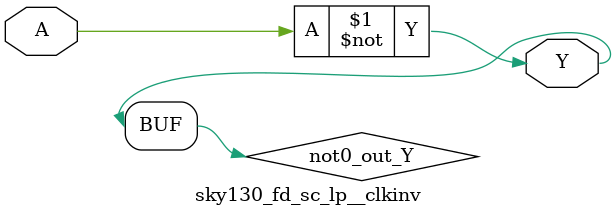
<source format=v>
/*
 * Copyright 2020 The SkyWater PDK Authors
 *
 * Licensed under the Apache License, Version 2.0 (the "License");
 * you may not use this file except in compliance with the License.
 * You may obtain a copy of the License at
 *
 *     https://www.apache.org/licenses/LICENSE-2.0
 *
 * Unless required by applicable law or agreed to in writing, software
 * distributed under the License is distributed on an "AS IS" BASIS,
 * WITHOUT WARRANTIES OR CONDITIONS OF ANY KIND, either express or implied.
 * See the License for the specific language governing permissions and
 * limitations under the License.
 *
 * SPDX-License-Identifier: Apache-2.0
*/


`ifndef SKY130_FD_SC_LP__CLKINV_FUNCTIONAL_V
`define SKY130_FD_SC_LP__CLKINV_FUNCTIONAL_V

/**
 * clkinv: Clock tree inverter.
 *
 * Verilog simulation functional model.
 */

`timescale 1ns / 1ps
`default_nettype none

`celldefine
module sky130_fd_sc_lp__clkinv (
    Y,
    A
);

    // Module ports
    output Y;
    input  A;

    // Local signals
    wire not0_out_Y;

    //  Name  Output      Other arguments
    not not0 (not0_out_Y, A              );
    buf buf0 (Y         , not0_out_Y     );

endmodule
`endcelldefine

`default_nettype wire
`endif  // SKY130_FD_SC_LP__CLKINV_FUNCTIONAL_V
</source>
